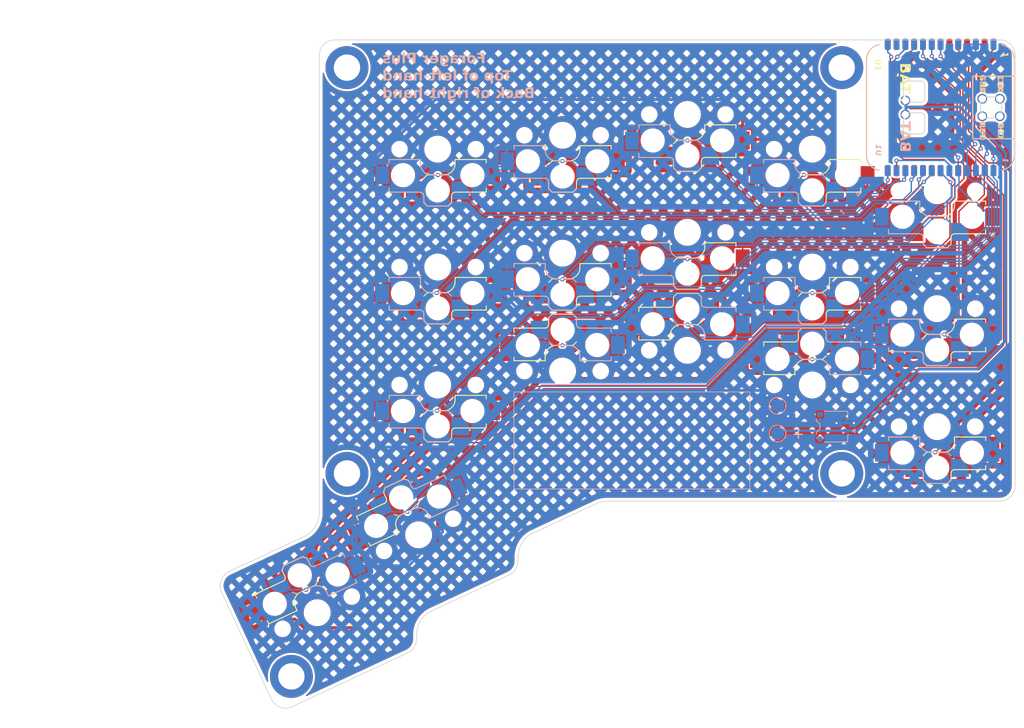
<source format=kicad_pcb>
(kicad_pcb (version 20241229) (generator "pcbnew") (generator_version "9.0")
  (layers (0 "F.Cu" signal) (2 "B.Cu" signal) (13 "F.Paste" user) (15 "B.Paste" user) (5 "F.SilkS" user "F.Silkscreen") (7 "B.SilkS" user "B.Silkscreen") (1 "F.Mask" user) (3 "B.Mask" user) (25 "Edge.Cuts" user))
  (net 0 "")
  (net 1 "RM0")
  (net 2 "RM1")
  (net 3 "RM2")
  (net 4 "RM3")
  (net 5 "RM4")
  (net 6 "RH0")
  (net 7 "RH1")
  (net 8 "RT4")
  (net 9 "RT3")
  (net 10 "RT2")
  (net 11 "RT1")
  (net 12 "RT0")
  (net 13 "RB4")
  (net 14 "RB3")
  (net 15 "RB2")
  (net 16 "RB1")
  (net 17 "RB0")
  (net 18 "GND")
  (net 19 "BAT")
  (footprint "PCM_marbastlib-custom:Xiao_nRF52840_Plus" (layer "F.Cu") (at 107.5 -40 -90)
    (property "Reference" "U1")
    (property "Value" "XIAO nRF52840 Plus")
    (fp_line (start -1.397 5.334) (end -3.302 5.334) (stroke (width 0.12)) (layer "Edge.Cuts"))
    (fp_line (start -0.762 4.699) (end -0.762 2.794) (stroke (width 0.12)) (layer "Edge.Cuts"))
    (fp_line (start -3.81 2.794) (end -3.81 4.826) (stroke (width 0.12)) (layer "Edge.Cuts"))
    (fp_line (start -3.302 2.286) (end -1.27 2.286) (stroke (width 0.12)) (layer "Edge.Cuts"))
    (fp_line (start -0.8382 -5.752) (end 0.8382 -5.752) (stroke (width 0.12)) (layer "Edge.Cuts"))
    (fp_line (start -1.524 -6.4378) (end -1.524 -8.1142) (stroke (width 0.12)) (layer "Edge.Cuts"))
    (fp_line (start 1.524 -6.4378) (end 1.524 -8.1142) (stroke (width 0.12)) (layer "Edge.Cuts"))
    (fp_line (start -0.8382 -8.8) (end 0.8382 -8.8) (stroke (width 0.12)) (layer "Edge.Cuts"))
    (fp_arc (start -3.302 5.334) (mid -3.66121 5.18521) (end -3.81 4.826) (stroke (width 0.12)) (layer "Edge.Cuts"))
    (fp_arc (start -1.397 5.334) (mid -1.339788 4.756212) (end -0.762 4.699) (stroke (width 0.12)) (layer "Edge.Cuts"))
    (fp_arc (start -3.81 2.794) (mid -3.66121 2.43479) (end -3.302 2.286) (stroke (width 0.12)) (layer "Edge.Cuts"))
    (fp_arc (start -1.27 2.286) (mid -0.91079 2.43479) (end -0.762 2.794) (stroke (width 0.12)) (layer "Edge.Cuts"))
    (fp_arc (start 0.8382 -5.752) (mid 0.920391 -6.355609) (end 1.524 -6.4378) (stroke (width 0.12)) (layer "Edge.Cuts"))
    (fp_arc (start -1.524 -6.4378) (mid -0.920391 -6.355609) (end -0.8382 -5.752) (stroke (width 0.12)) (layer "Edge.Cuts"))
    (fp_arc (start 1.524 -8.1142) (mid 0.920393 -8.196393) (end 0.8382 -8.8) (stroke (width 0.12)) (layer "Edge.Cuts"))
    (fp_arc (start -0.8382 -8.8) (mid -0.920391 -8.196391) (end -1.524 -8.1142) (stroke (width 0.12)) (layer "Edge.Cuts"))
  )
  (footprint "ceoloide:switch_choc_v1_v2" (layer "B.Cu") (at 71 -39 180)
    (property "Reference" "S3" (hide yes))
    (property "Value" "")
  )
  (footprint "ceoloide:switch_choc_v1_v2" (layer "B.Cu") (at 89 -34 180)
    (property "Reference" "S3" (hide yes))
    (property "Value" "")
  )
  (footprint "ceoloide:switch_choc_v1_v2" (layer "B.Cu") (at 107 -11 180)
    (property "Reference" "S3" (hide yes))
    (property "Value" "")
  )
  (footprint "ceoloide:switch_choc_v1_v2" (layer "B.Cu") (at 32.250975 21.599948 25)
    (property "Reference" "S3" (hide yes))
    (property "Value" "")
  )
  (footprint "Nuts_SMD:SMTSO2020MTJ_M2" (layer "B.Cu") (at 21.923023 -45.75 180)
    (property "Reference" "REF**" (hide yes))
    (property "Value" "SMTSO2020MTJ_M2")
  )
  (footprint "Nuts_SMD:SMTSO2020MTJ_M2" (layer "B.Cu") (at 93.25 12.75 180)
    (property "Reference" "REF**" (hide yes))
    (property "Value" "SMTSO2020MTJ_M2")
  )
  (footprint "TestPoint:TestPoint_Pad_D2.0mm" (layer "B.Cu") (at 84 7 180)
    (property "Reference" "TP3" (hide yes))
    (property "Value" "TestPoint")
  )
  (footprint "Nuts_SMD:SMTSO2020MTJ_M2" (layer "B.Cu") (at 93.25 -45.75 180)
    (property "Reference" "REF**" (hide yes))
    (property "Value" "SMTSO2020MTJ_M2")
  )
  (footprint "PCM_marbastlib-custom:Xiao_nRF52840_Plus" (layer "B.Cu") (at 107.5 -40 90)
    (property "Reference" "U1")
    (property "Value" "XIAO nRF52840 Plus")
    (fp_line (start -1.397 -5.334) (end -3.302 -5.334) (stroke (width 0.12)) (layer "Edge.Cuts"))
    (fp_line (start -0.762 -4.699) (end -0.762 -2.794) (stroke (width 0.12)) (layer "Edge.Cuts"))
    (fp_line (start -3.81 -2.794) (end -3.81 -4.826) (stroke (width 0.12)) (layer "Edge.Cuts"))
    (fp_line (start -3.302 -2.286) (end -1.27 -2.286) (stroke (width 0.12)) (layer "Edge.Cuts"))
    (fp_arc (start -3.81 -4.826) (mid -3.66121 -5.18521) (end -3.302 -5.334) (stroke (width 0.12)) (layer "Edge.Cuts"))
    (fp_arc (start -0.762 -4.699) (mid -1.339788 -4.756212) (end -1.397 -5.334) (stroke (width 0.12)) (layer "Edge.Cuts"))
    (fp_arc (start -0.762 -2.794) (mid -0.91079 -2.43479) (end -1.27 -2.286) (stroke (width 0.12)) (layer "Edge.Cuts"))
    (fp_arc (start -3.302 -2.286) (mid -3.66121 -2.43479) (end -3.81 -2.794) (stroke (width 0.12)) (layer "Edge.Cuts"))
  )
  (footprint "ceoloide:switch_choc_v1_v2" (layer "B.Cu") (at 35 -17 180)
    (property "Reference" "S3" (hide yes))
    (property "Value" "")
  )
  (footprint "ceoloide:switch_choc_v1_v2" (layer "B.Cu") (at 17.627908 32.832308 25)
    (property "Reference" "S3" (hide yes))
    (property "Value" "")
  )
  (footprint "ceoloide:switch_choc_v1_v2" (layer "B.Cu") (at 89 -17 180)
    (property "Reference" "S3" (hide yes))
    (property "Value" "")
  )
  (footprint "ceoloide:switch_choc_v1_v2" (layer "B.Cu") (at 71 -5)
    (property "Reference" "S3" (hide yes))
    (property "Value" "")
  )
  (footprint "ceoloide:switch_choc_v1_v2" (layer "B.Cu") (at 71 -22 180)
    (property "Reference" "S3" (hide yes))
    (property "Value" "")
  )
  (footprint "Connector_JST:JST_ACH_BM02B-ACHSS-GAN-ETF_1x02-1MP_P1.20mm_Vertical" (layer "B.Cu") (at 92 6 90)
    (property "Reference" "J2" (hide yes))
    (property "Value" "Conn_01x02_Pin")
  )
  (footprint "ceoloide:switch_choc_v1_v2" (layer "B.Cu") (at 107 -28 180)
    (property "Reference" "S3" (hide yes))
    (property "Value" "")
  )
  (footprint "ceoloide:switch_choc_v1_v2" (layer "B.Cu") (at 107 6 180)
    (property "Reference" "S3" (hide yes))
    (property "Value" "")
  )
  (footprint "Nuts_SMD:SMTSO2020MTJ_M2" (layer "B.Cu") (at 13.909849 42.013868 180)
    (property "Reference" "REF**" (hide yes))
    (property "Value" "SMTSO2020MTJ_M2")
  )
  (footprint "ceoloide:switch_choc_v1_v2" (layer "B.Cu") (at 35 -34 180)
    (property "Reference" "S3" (hide yes))
    (property "Value" "")
  )
  (footprint "ceoloide:switch_choc_v1_v2" (layer "B.Cu") (at 35 0 180)
    (property "Reference" "S3" (hide yes))
    (property "Value" "")
  )
  (footprint "ceoloide:switch_choc_v1_v2" (layer "B.Cu") (at 89 0)
    (property "Reference" "S3" (hide yes))
    (property "Value" "")
  )
  (footprint "ceoloide:switch_choc_v1_v2" (layer "B.Cu") (at 53 -36 180)
    (property "Reference" "S3" (hide yes))
    (property "Value" "")
  )
  (footprint "ceoloide:switch_choc_v1_v2" (layer "B.Cu") (at 53 -19 180)
    (property "Reference" "S3" (hide yes))
    (property "Value" "")
  )
  (footprint "TestPoint:TestPoint_Pad_D2.0mm" (layer "B.Cu") (at 84 3 180)
    (property "Reference" "TP4" (hide yes))
    (property "Value" "TestPoint")
  )
  (footprint "ceoloide:switch_choc_v1_v2" (layer "B.Cu") (at 53 -2)
    (property "Reference" "S3" (hide yes))
    (property "Value" "")
  )
  (footprint "Nuts_SMD:SMTSO2020MTJ_M2" (layer "B.Cu") (at 21.923023 12.75 180)
    (property "Reference" "REF**" (hide yes))
    (property "Value" "SMTSO2020MTJ_M2")
  )
  (gr_rect (start 46 1) (end 80 15) (stroke (width 0.1)) (fill no) (layer "B.SilkS"))
  (gr_arc (start 14.014284 46.378681) (mid 12.293847 46.453798) (end 11.0242 45.29038) (stroke (width 0.1)) (layer "Edge.Cuts"))
  (gr_line (start 48.744108 21.356875) (end 57.87012 17.101346) (stroke (width 0.1)) (layer "Edge.Cuts"))
  (gr_line (start 118.25 14.5) (end 118.25 -47.5) (stroke (width 0.1)) (layer "Edge.Cuts"))
  (gr_line (start 3.83969 29.883147) (end 11.0242 45.29038) (stroke (width 0.1)) (layer "Edge.Cuts"))
  (gr_line (start 17.92302 -47.5) (end 17.923023 18.444367) (stroke (width 0.1)) (layer "Edge.Cuts"))
  (gr_line (start 59.454938 16.75) (end 116 16.75) (stroke (width 0.1)) (layer "Edge.Cuts"))
  (gr_line (start 34.121041 32.589235) (end 45.279817 27.385812) (stroke (width 0.1)) (layer "Edge.Cuts"))
  (gr_line (start 116 -49.75) (end 20.173023 -49.75) (stroke (width 0.1)) (layer "Edge.Cuts"))
  (gr_arc (start 118.25 14.5) (mid 117.59099 16.09099) (end 116 16.75) (stroke (width 0.1)) (layer "Edge.Cuts"))
  (gr_arc (start 57.87012 17.101346) (mid 58.64329 16.83889) (end 59.454938 16.75) (stroke (width 0.1)) (layer "Edge.Cuts"))
  (gr_line (start 14.014284 46.378681) (end 30.65675 38.618172) (stroke (width 0.1)) (layer "Edge.Cuts"))
  (gr_arc (start 31.955859 36.578979) (mid 31.60349 37.787903) (end 30.65675 38.618172) (stroke (width 0.1)) (layer "Edge.Cuts"))
  (gr_arc (start 116 -49.75) (mid 117.59099 -49.09099) (end 118.25 -47.5) (stroke (width 0.1)) (layer "Edge.Cuts"))
  (gr_arc (start 17.923023 18.444367) (mid 17.335741 20.45924) (end 15.757842 21.843021) (stroke (width 0.1)) (layer "Edge.Cuts"))
  (gr_arc (start 3.83969 29.883147) (mid 3.764574 28.162711) (end 4.927991 26.893064) (stroke (width 0.1)) (layer "Edge.Cuts"))
  (gr_arc (start 46.578926 24.755529) (mid 47.166208 22.740655) (end 48.744108 21.356875) (stroke (width 0.1)) (layer "Edge.Cuts"))
  (gr_arc (start 17.923023 -47.5) (mid 18.582033 -49.09099) (end 20.173023 -49.75) (stroke (width 0.1)) (layer "Edge.Cuts"))
  (gr_line (start 15.757842 21.843021) (end 4.927991 26.893064) (stroke (width 0.1)) (layer "Edge.Cuts"))
  (gr_line (start 31.955859 36.578979) (end 31.955859 35.987889) (stroke (width 0.1)) (layer "Edge.Cuts"))
  (gr_arc (start 46.578926 25.346619) (mid 46.226557 26.555543) (end 45.279817 27.385812) (stroke (width 0.1)) (layer "Edge.Cuts"))
  (gr_arc (start 31.955859 35.987889) (mid 32.543141 33.973015) (end 34.121041 32.589235) (stroke (width 0.1)) (layer "Edge.Cuts"))
  (gr_line (start 46.578926 25.346619) (end 46.578926 24.755529) (stroke (width 0.1)) (layer "Edge.Cuts"))
  (gr_text "DIO" (at 116.11 -37.85 270) (layer "F.SilkS") (effects (font (size 0.8 0.8)) (justify left)))
  (gr_text "GND" (at 113.52 -41.95 270) (layer "F.SilkS") (effects (font (size 0.8 0.8)) (justify right)))
  (gr_text "RST" (at 113.48 -37.85 270) (layer "F.SilkS") (effects (font (size 0.8 0.8)) (justify left)))
  (gr_text "CLK" (at 116.08 -42.25 270) (layer "F.SilkS") (effects (font (size 0.8 0.8)) (justify right)))
  (gr_text "Forager Plus\n" (at 27 -47 0) (layer "B.SilkS") (effects (font (size 1.5 1.5) (thickness 0.3) (bold yes)) (justify right mirror)))
  (gr_text "Top of left-hand" (at 27 -44.5 0) (layer "B.SilkS") (effects (font (size 1.5 1.5) (thickness 0.3) (bold yes)) (justify right mirror)))
  (gr_text "Back of right-hand" (at 27 -42 0) (layer "B.SilkS") (effects (font (size 1.5 1.5) (thickness 0.3) (bold yes)) (justify right mirror)))
  (gr_text "+" (at 87 7 0) (layer "B.SilkS") (effects (font (size 1.5 1.5) (thickness 0.2)) (justify mirror)))
  (gr_text "DIO" (at 116.09 -42.13 270) (layer "B.SilkS") (effects (font (size 0.8 0.8)) (justify left mirror)))
  (segment (start 31.565 -11.195) (end 33.64 -13.27) (width 0.2) (layer "F.Cu") (net 1))
  (segment (start 33.64 -13.27) (end 34.84 -13.27) (width 0.2) (layer "F.Cu") (net 1))
  (segment (start 104.96 -30.22) (end 104.35 -29.61) (width 0.2) (layer "F.Cu") (net 1))
  (via (at 34.84 -13.27) (size 0.6) (drill 0.3) (layers "F.Cu" "B.Cu") (net 1))
  (via (at 104.35 -29.61) (size 0.6) (drill 0.3) (layers "F.Cu" "B.Cu") (net 1))
  (segment (start 102.15 -26.21) (end 98.08 -26.21) (width 0.2) (layer "B.Cu") (net 1))
  (segment (start 98.08 -26.21) (end 95.95 -24.08) (width 0.2) (layer "B.Cu") (net 1))
  (segment (start 104.35 -29.63) (end 104.35 -29.61) (width 0.2) (layer "B.Cu") (net 1))
  (segment (start 95.95 -24.08) (end 45.63 -24.08) (width 0.2) (layer "B.Cu") (net 1))
  (segment (start 45.63 -24.08) (end 34.8 -13.25) (width 0.2) (layer "B.Cu") (net 1))
  (segment (start 104.96 -30.24) (end 104.35 -29.63) (width 0.2) (layer "B.Cu") (net 1))
  (segment (start 104.35 -28.41) (end 102.15 -26.21) (width 0.2) (layer "B.Cu") (net 1))
  (segment (start 38.115 -11.195) (end 36.04 -13.27) (width 0.2) (layer "B.Cu") (net 1))
  (segment (start 104.35 -29.61) (end 104.35 -28.41) (width 0.2) (layer "B.Cu") (net 1))
  (segment (start 36.04 -13.27) (end 34.84 -13.27) (width 0.2) (layer "B.Cu") (net 1))
  (segment (start 49.685 -13.155) (end 51.76 -15.23) (width 0.2) (layer "F.Cu") (net 2))
  (segment (start 51.76 -15.23) (end 52.96 -15.23) (width 0.2) (layer "F.Cu") (net 2))
  (segment (start 107.5 -30.637914) (end 108.913957 -29.223957) (width 0.2) (layer "F.Cu") (net 2))
  (via (at 52.96 -15.23) (size 0.6) (drill 0.3) (layers "F.Cu" "B.Cu") (net 2))
  (via (at 108.913957 -29.223957) (size 0.6) (drill 0.3) (layers "F.Cu" "B.Cu") (net 2))
  (segment (start 52.96 -15.33) (end 52.96 -15.23) (width 0.2) (layer "B.Cu") (net 2))
  (segment (start 106.067191 -24.302) (end 102.697191 -20.932) (width 0.2) (layer "B.Cu") (net 2))
  (segment (start 73.942291 -18.81) (end 68.06 -18.81) (width 0.2) (layer "B.Cu") (net 2))
  (segment (start 66.56 -20.31) (end 57.94 -20.31) (width 0.2) (layer "B.Cu") (net 2))
  (segment (start 109.05 -29.087914) (end 109.05 -27.149448) (width 0.2) (layer "B.Cu") (net 2))
  (segment (start 102.697191 -20.932) (end 81.3449 -20.932) (width 0.2) (layer "B.Cu") (net 2))
  (segment (start 109.05 -27.149448) (end 106.202552 -24.302) (width 0.2) (layer "B.Cu") (net 2))
  (segment (start 56.235 -13.155) (end 54.16 -15.23) (width 0.2) (layer "B.Cu") (net 2))
  (segment (start 54.16 -15.23) (end 52.96 -15.23) (width 0.2) (layer "B.Cu") (net 2))
  (segment (start 75.252291 -20.12) (end 73.942291 -18.81) (width 0.2) (layer "B.Cu") (net 2))
  (segment (start 80.5329 -20.12) (end 75.252291 -20.12) (width 0.2) (layer "B.Cu") (net 2))
  (segment (start 106.202552 -24.302) (end 106.067191 -24.302) (width 0.2) (layer "B.Cu") (net 2))
  (segment (start 108.913957 -29.223957) (end 109.05 -29.087914) (width 0.2) (layer "B.Cu") (net 2))
  (segment (start 68.06 -18.81) (end 66.56 -20.31) (width 0.2) (layer "B.Cu") (net 2))
  (segment (start 81.3449 -20.932) (end 80.5329 -20.12) (width 0.2) (layer "B.Cu") (net 2))
  (segment (start 107.5 -30.637914) (end 108.913957 -29.223957) (width 0.2) (layer "B.Cu") (net 2))
  (segment (start 57.94 -20.31) (end 52.96 -15.33) (width 0.2) (layer "B.Cu") (net 2))
  (segment (start 52.96 -15.23) (end 52.96 -15.299892) (width 0.2) (layer "B.Cu") (net 2))
  (segment (start 101.15 -30.9) (end 101.15 -32.35) (width 0.2) (layer "F.Cu") (net 3))
  (segment (start 69.805 -18.135) (end 71.005 -18.135) (width 0.2) (layer "F.Cu") (net 3))
  (segment (start 101.15 -32.35) (end 101.13 -32.37) (width 0.2) (layer "F.Cu") (net 3))
  (segment (start 67.73 -16.06) (end 69.805 -18.135) (width 0.2) (layer "F.Cu") (net 3))
  (via (at 101.13 -32.37) (size 0.6) (drill 0.3) (layers "F.Cu" "B.Cu") (net 3))
  (via (at 71.005 -18.135) (size 0.6) (drill 0.3) (layers "F.Cu" "B.Cu") (net 3))
  (segment (start 72.205 -18.135) (end 71.005 -18.135) (width 0.2) (layer "B.Cu") (net 3))
  (segment (start 108.77 -30.38) (end 109.57 -29.58) (width 0.2) (layer "B.Cu") (net 3))
  (segment (start 106.368652 -23.901) (end 106.233291 -23.901) (width 0.2) (layer "B.Cu") (net 3))
  (segment (start 74.28 -16.06) (end 72.205 -18.135) (width 0.2) (layer "B.Cu") (net 3))
  (segment (start 109.57 -29.58) (end 109.57 -27.102348) (width 0.2) (layer "B.Cu") (net 3))
  (segment (start 108.77 -31.699999) (end 108.099999 -32.37) (width 0.2) (layer "B.Cu") (net 3))
  (segment (start 102.863291 -20.531) (end 81.511 -20.531) (width 0.2) (layer "B.Cu") (net 3))
  (segment (start 108.099999 -32.37) (end 101.13 -32.37) (width 0.2) (layer "B.Cu") (net 3))
  (segment (start 81.511 -20.531) (end 77.03 -16.05) (width 0.2) (layer "B.Cu") (net 3))
  (segment (start 109.57 -27.102348) (end 106.368652 -23.901) (width 0.2) (layer "B.Cu") (net 3))
  (segment (start 108.77 -30.9) (end 108.77 -31.699999) (width 0.2) (layer "B.Cu") (net 3))
  (segment (start 106.233291 -23.901) (end 102.863291 -20.531) (width 0.2) (layer "B.Cu") (net 3))
  (segment (start 77.03 -16.05) (end 74.275 -16.05) (width 0.2) (layer "B.Cu") (net 3))
  (segment (start 111.55 -46.74) (end 111.55 -36.61) (width 0.2) (layer "F.Cu") (net 4))
  (segment (start 110.04 -49.1) (end 110.04 -48.25) (width 0.2) (layer "F.Cu") (net 4))
  (segment (start 111.55 -36.61) (end 113.28 -34.88) (width 0.2) (layer "F.Cu") (net 4))
  (segment (start 85.745 -11.165) (end 87.82 -13.24) (width 0.2) (layer "F.Cu") (net 4))
  (segment (start 113.28 -34.88) (end 113.28 -34.08) (width 0.2) (layer "F.Cu") (net 4))
  (segment (start 87.82 -13.24) (end 89.02 -13.24) (width 0.2) (layer "F.Cu") (net 4))
  (segment (start 110.04 -48.25) (end 111.55 -46.74) (width 0.2) (layer "F.Cu") (net 4))
  (via (at 113.28 -34.08) (size 0.6) (drill 0.3) (layers "F.Cu" "B.Cu") (net 4))
  (via (at 89.02 -13.24) (size 0.6) (drill 0.3) (layers "F.Cu" "B.Cu") (net 4))
  (segment (start 112.58 -30.9) (end 112.58 -33.38) (width 0.2) (layer "B.Cu") (net 4))
  (segment (start 114.868 -28.349914) (end 114.868 -22.4322) (width 0.2) (layer "B.Cu") (net 4))
  (segment (start 90.22 -13.24) (end 89.02 -13.24) (width 0.2) (layer "B.Cu") (net 4))
  (segment (start 92.295 -11.165) (end 90.22 -13.24) (width 0.2) (layer "B.Cu") (net 4))
  (segment (start 110.691461 -18.255661) (end 102.058561 -18.255661) (width 0.2) (layer "B.Cu") (net 4))
  (segment (start 102.058561 -18.255661) (end 94.8529 -11.05) (width 0.2) (layer "B.Cu") (net 4))
  (segment (start 112.58 -30.637914) (end 114.868 -28.349914) (width 0.2) (layer "B.Cu") (net 4))
  (segment (start 114.868 -22.4322) (end 110.691461 -18.255661) (width 0.2) (layer "B.Cu") (net 4))
  (segment (start 94.8529 -11.05) (end 92.275 -11.05) (width 0.2) (layer "B.Cu") (net 4))
  (segment (start 112.58 -33.38) (end 113.28 -34.08) (width 0.2) (layer "B.Cu") (net 4))
  (segment (start 109.88 -35.36) (end 109.88 -42.48) (width 0.2) (layer "F.Cu") (net 5))
  (segment (start 112.74 -26.39) (end 113.801 -27.451) (width 0.2) (layer "F.Cu") (net 5))
  (segment (start 110.149 -9.369) (end 110.149 -25.016709) (width 0.2) (layer "F.Cu") (net 5))
  (segment (start 104.96 -47.4) (end 104.96 -49.1) (width 0.2) (layer "F.Cu") (net 5))
  (segment (start 110.149 -25.016709) (end 111.522291 -26.39) (width 0.2) (layer "F.Cu") (net 5))
  (segment (start 108.03 -7.295) (end 108.075 -7.295) (width 0.2) (layer "F.Cu") (net 5))
  (segment (start 108.03 -7.295) (end 105.97 -7.295) (width 0.2) (layer "F.Cu") (net 5))
  (segment (start 108.075 -7.295) (end 110.149 -9.369) (width 0.2) (layer "F.Cu") (net 5))
  (segment (start 109.88 -42.48) (end 104.96 -47.4) (width 0.2) (layer "F.Cu") (net 5))
  (segment (start 113.801 -27.451) (end 113.801 -31.439) (width 0.2) (layer "F.Cu") (net 5))
  (segment (start 105.97 -7.295) (end 103.725 -5.05) (width 0.2) (layer "F.Cu") (net 5))
  (segment (start 113.801 -31.439) (end 109.88 -35.36) (width 0.2) (layer "F.Cu") (net 5))
  (segment (start 111.522291 -26.39) (end 112.74 -26.39) (width 0.2) (layer "F.Cu") (net 5))
  (via (at 104.96 -47.4) (size 0.6) (drill 0.3) (layers "F.Cu" "B.Cu") (net 5))
  (via (at 108.03 -7.295) (size 0.6) (drill 0.3) (layers "F.Cu" "B.Cu") (net 5))
  (segment (start 104.96 -47.4) (end 104.96 -49.1) (width 0.2) (layer "B.Cu") (net 5))
  (segment (start 108.03 -7.295) (end 110.275 -5.05) (width 0.2) (layer "B.Cu") (net 5))
  (segment (start 100.651 -46.631) (end 101.27 -47.25) (width 0.2) (layer "F.Cu") (net 6))
  (segment (start 100.651 -34.5661) (end 100.651 -46.631) (width 0.2) (layer "F.Cu") (net 6))
  (segment (start 101.27 -47.31) (end 102.42 -48.46) (width 0.2) (layer "F.Cu") (net 6))
  (segment (start 73.719 0.051) (end 82.24 -8.47) (width 0.2) (layer "F.Cu") (net 6))
  (segment (start 108.299 -32.901) (end 102.3161 -32.901) (width 0.2) (layer "F.Cu") (net 6))
  (segment (start 17.487908 28.072308) (end 16.027908 29.532308) (width 0.2) (layer "F.Cu") (net 6))
  (segment (start 17.487908 26.649281) (end 17.487908 28.072308) (width 0.2) (layer "F.Cu") (net 6))
  (segment (start 109.1 -32.1) (end 108.299 -32.901) (width 0.2) (layer "F.Cu") (net 6))
  (segment (start 82.24 -8.47) (end 96.037709 -8.47) (width 0.2) (layer "F.Cu") (net 6))
  (segment (start 96.037709 -8.47) (end 108.851 -21.283291) (width 0.2) (layer "F.Cu") (net 6))
  (segment (start 18.081487 26.055702) (end 18.081487 23.568513) (width 0.2) (layer "F.Cu") (net 6))
  (segment (start 110.87 -31.74) (end 110.51 -32.1) (width 0.2) (layer "F.Cu") (net 6))
  (segment (start 18.081487 23.568513) (end 33.34 8.31) (width 0.2) (layer "F.Cu") (net 6))
  (segment (start 41.77 8.31) (end 50.029 0.051) (width 0.2) (layer "F.Cu") (net 6))
  (segment (start 110.87 -29.76) (end 110.87 -31.74) (width 0.2) (layer "F.Cu") (net 6))
  (segment (start 108.851 -26.241) (end 109.55 -26.94) (width 0.2) (layer "F.Cu") (net 6))
  (segment (start 102.3161 -32.901) (end 100.651 -34.5661) (width 0.2) (layer "F.Cu") (net 6))
  (segment (start 101.27 -47.25) (end 101.27 -47.31) (width 0.2) (layer "F.Cu") (net 6))
  (segment (start 108.851 -21.283291) (end 108.851 -26.241) (width 0.2) (layer "F.Cu") (net 6))
  (segment (start 110.51 -32.1) (end 109.1 -32.1) (width 0.2) (layer "F.Cu") (net 6))
  (segment (start 109.55 -26.94) (end 109.55 -28.44) (width 0.2) (layer "F.Cu") (net 6))
  (segment (start 109.55 -28.44) (end 110.87 -29.76) (width 0.2) (layer "F.Cu") (net 6))
  (segment (start 50.029 0.051) (end 73.719 0.051) (width 0.2) (layer "F.Cu") (net 6))
  (segment (start 33.34 8.31) (end 41.77 8.31) (width 0.2) (layer "F.Cu") (net 6))
  (via (at 16.027908 29.532308) (size 0.6) (drill 0.3) (layers "F.Cu" "B.Cu") (net 6))
  (via (at 101.27 -47.31) (size 0.6) (drill 0.3) (layers "F.Cu" "B.Cu") (net 6))
  (segment (start 101.27 -47.31) (end 102.42 -48.46) (width 0.2) (layer "B.Cu") (net 6))
  (segment (start 12.853628 29.532308) (end 16.027908 29.532308) (width 0.2) (layer "B.Cu") (net 6))
  (segment (start 32.110975 15.416921) (end 32.110975 16.839948) (width 0.2) (layer "F.Cu") (net 7))
  (segment (start 115.12 -48.35) (end 115.12 -49.1) (width 0.2) (layer "F.Cu") (net 7))
  (segment (start 112.39 -45.62) (end 115.12 -48.35) (width 0.2) (layer "F.Cu") (net 7))
  (segment (start 115.12 -32.601) (end 115.12 -34.1742) (width 0.2) (layer "F.Cu") (net 7))
  (segment (start 115.12 -34.1742) (end 112.39 -36.9042) (width 0.2) (layer "F.Cu") (net 7))
  (segment (start 112.39 -36.9042) (end 112.39 -45.62) (width 0.2) (layer "F.Cu") (net 7))
  (segment (start 32.110975 16.839948) (end 30.650975 18.299948) (width 0.2) (layer "F.Cu") (net 7))
  (via (at 30.650975 18.299948) (size 0.6) (drill 0.3) (layers "F.Cu" "B.Cu") (net 7))
  (via (at 115.12 -32.601) (size 0.6) (drill 0.3) (layers "F.Cu" "B.Cu") (net 7))
  (segment (start 111.023661 -17.453661) (end 102.390761 -17.453661) (width 0.2) (layer "B.Cu") (net 7))
  (segment (start 115.67 -29.35) (end 115.67 -22.1) (width 0.2) (layer "B.Cu") (net 7))
  (segment (start 93.2861 -8.349) (end 82.4861 -8.349) (width 0.2) (layer "B.Cu") (net 7))
  (segment (start 82.4861 -8.349) (end 73.9471 0.19) (width 0.2) (layer "B.Cu") (net 7))
  (segment (start 115.67 -22.1) (end 111.023661 -17.453661) (width 0.2) (layer "B.Cu") (net 7))
  (segment (start 48.478188 0.19) (end 30.650975 18.017213) (width 0.2) (layer "B.Cu") (net 7))
  (segment (start 102.390761 -17.453661) (end 93.2861 -8.349) (width 0.2) (layer "B.Cu") (net 7))
  (segment (start 73.9471 0.19) (end 48.478188 0.19) (width 0.2) (layer "B.Cu") (net 7))
  (segment (start 115.12 -30.9) (end 115.12 -29.9) (width 0.2) (layer "B.Cu") (net 7))
  (segment (start 27.476695 18.299948) (end 30.650975 18.299948) (width 0.2) (layer "B.Cu") (net 7))
  (segment (start 30.650975 18.017213) (end 30.650975 18.299948) (width 0.2) (layer "B.Cu") (net 7))
  (segment (start 115.12 -29.9) (end 115.67 -29.35) (width 0.2) (layer "B.Cu") (net 7))
  (segment (start 115.12 -30.9) (end 115.12 -32.601) (width 0.2) (layer "B.Cu") (net 7))
  (segment (start 109.514957 -29.4729) (end 108.84 -30.147857) (width 0.2) (layer "F.Cu") (net 8))
  (segment (start 108.45 -26.42) (end 109.13 -27.1) (width 0.2) (layer "F.Cu") (net 8))
  (segment (start 109.13 -27.1) (end 109.13 -28.590057) (width 0.2) (layer "F.Cu") (net 8))
  (segment (start 99.88 -48) (end 99.88 -49.1) (width 0.2) (layer "F.Cu") (net 8))
  (segment (start 102.15 -32.5) (end 100.25 -34.4) (width 0.2) (layer "F.Cu") (net 8))
  (segment (start 109.514957 -28.975014) (end 109.514957 -29.4729) (width 0.2) (layer "F.Cu") (net 8))
  (segment (start 108.45 -24.395) (end 108.45 -26.42) (width 0.2) (layer "F.Cu") (net 8))
  (segment (start 100.38 -47.12) (end 100.38 -47.3) (width 0.2) (layer "F.Cu") (net 8))
  (segment (start 108.84 -31.67) (end 108.01 -32.5) (width 0.2) (layer "F.Cu") (net 8))
  (segment (start 100.38 -47.5) (end 99.88 -48) (width 0.2) (layer "F.Cu") (net 8))
  (segment (start 108.01 -32.5) (end 102.15 -32.5) (width 0.2) (layer "F.Cu") (net 8))
  (segment (start 105.76 -24.105) (end 103.685 -22.03) (width 0.2) (layer "F.Cu") (net 8))
  (segment (start 108.16 -24.105) (end 105.76 -24.105) (width 0.2) (layer "F.Cu") (net 8))
  (segment (start 109.13 -28.590057) (end 109.514957 -28.975014) (width 0.2) (layer "F.Cu") (net 8))
  (segment (start 100.38 -47.3) (end 100.38 -47.5) (width 0.2) (layer "F.Cu") (net 8))
  (segment (start 108.84 -30.147857) (end 108.84 -31.67) (width 0.2) (layer "F.Cu") (net 8))
  (segment (start 100.25 -34.4) (end 100.25 -46.99) (width 0.2) (layer "F.Cu") (net 8))
  (segment (start 108.16 -24.105) (end 108.45 -24.395) (width 0.2) (layer "F.Cu") (net 8))
  (segment (start 100.25 -46.99) (end 100.38 -47.12) (width 0.2) (layer "F.Cu") (net 8))
  (via (at 108.16 -24.105) (size 0.6) (drill 0.3) (layers "F.Cu" "B.Cu") (net 8))
  (via (at 100.38 -47.3) (size 0.6) (drill 0.3) (layers "F.Cu" "B.Cu") (net 8))
  (segment (start 100.38 -47.5) (end 99.88 -48) (width 0.2) (layer "B.Cu") (net 8))
  (segment (start 99.88 -48) (end 99.88 -49.1) (width 0.2) (layer "B.Cu") (net 8))
  (segment (start 100.38 -47.3) (end 100.38 -47.5) (width 0.2) (layer "B.Cu") (net 8))
  (segment (start 108.16 -24.105) (end 110.235 -22.03) (width 0.2) (layer "B.Cu") (net 8))
  (segment (start 96.69 -22.8) (end 100.589 -26.699) (width 0.2) (layer "F.Cu") (net 9))
  (segment (start 87.7725 -30.2975) (end 85.6975 -28.2225) (width 0.2) (layer "F.Cu") (net 9))
  (segment (start 105.07 -29.27) (end 105.08 -29.27) (width 0.2) (layer "F.Cu") (net 9))
  (segment (start 85.725 -28.05) (end 90.975 -22.8) (width 0.2) (layer "F.Cu") (net 9))
  (segment (start 90.975 -22.8) (end 96.69 -22.8) (width 0.2) (layer "F.Cu") (net 9))
  (segment (start 102.499 -26.699) (end 105.07 -29.27) (width 0.2) (layer "F.Cu") (net 9))
  (segment (start 100.589 -26.699) (end 102.499 -26.699) (width 0.2) (layer "F.Cu") (net 9))
  (segment (start 106.23 -30.42) (end 105.08 -29.27) (width 0.2) (layer "F.Cu") (net 9))
  (via (at 87.7725 -30.2975) (size 0.6) (drill 0.3) (layers "F.Cu" "B.Cu") (net 9))
  (via (at 105.08 -29.27) (size 0.6) (drill 0.3) (layers "F.Cu" "B.Cu") (net 9))
  (segment (start 106.23 -30.42) (end 105.08 -29.27) (width 0.2) (layer "B.Cu") (net 9))
  (segment (start 90.1725 -30.2975) (end 92.2475 -28.2225) (width 0.2) (layer "B.Cu") (net 9))
  (segment (start 87.7725 -30.2975) (end 90.1725 -30.2975) (width 0.2) (layer "B.Cu") (net 9))
  (segment (start 67.73 -33.175) (end 69.805 -35.25) (width 0.2) (layer "F.Cu") (net 10))
  (segment (start 69.805 -35.25) (end 71.005 -35.25) (width 0.2) (layer "F.Cu") (net 10))
  (segment (start 99.88 -30.9) (end 99.88 -29.54) (width 0.2) (layer "F.Cu") (net 10))
  (via (at 71.005 -35.25) (size 0.6) (drill 0.3) (layers "F.Cu" "B.Cu") (net 10))
  (via (at 99.88 -29.54) (size 0.6) (drill 0.3) (layers "F.Cu" "B.Cu") (net 10))
  (segment (start 74.28 -33.175) (end 72.205 -35.25) (width 0.2) (layer "B.Cu") (net 10))
  (segment (start 72.205 -35.25) (end 71.005 -35.25) (width 0.2) (layer "B.Cu") (net 10))
  (segment (start 95.3188 -25.283) (end 97.6368 -27.601) (width 0.2) (layer "B.Cu") (net 10))
  (segment (start 99.88 -29.23) (end 99.88 -29.54) (width 0.2) (layer "B.Cu") (net 10))
  (segment (start 99.88 -29.54) (end 99.88 -30.9) (width 0.2) (layer "B.Cu") (net 10))
  (segment (start 74.275 -32.925) (end 81.917 -25.283) (width 0.2) (layer "B.Cu") (net 10))
  (segment (start 81.917 -25.283) (end 95.3188 -25.283) (width 0.2) (layer "B.Cu") (net 10))
  (segment (start 98.251 -27.601) (end 99.88 -29.23) (width 0.2) (layer "B.Cu") (net 10))
  (segment (start 97.6368 -27.601) (end 98.251 -27.601) (width 0.2) (layer "B.Cu") (net 10))
  (segment (start 102.42 -29.77) (end 102.235 -29.585) (width 0.2) (layer "F.Cu") (net 11))
  (segment (start 49.715 -30.205) (end 51.79 -32.28) (width 0.2) (layer "F.Cu") (net 11))
  (segment (start 102.42 -30.9) (end 102.42 -29.77) (width 0.2) (layer "F.Cu") (net 11))
  (segment (start 51.79 -32.28) (end 52.99 -32.28) (width 0.2) (layer "F.Cu") (net 11))
  (via (at 102.235 -29.585) (size 0.6) (drill 0.3) (layers "F.Cu" "B.Cu") (net 11))
  (via (at 52.99 -32.28) (size 0.6) (drill 0.3) (layers "F.Cu" "B.Cu") (net 11))
  (segment (start 102.42 -30.9) (end 102.42 -29.77) (width 0.2) (layer "B.Cu") (net 11))
  (segment (start 95.4849 -24.882) (end 61.443 -24.882) (width 0.2) (layer "B.Cu") (net 11))
  (segment (start 97.8029 -27.2) (end 95.4849 -24.882) (width 0.2) (layer "B.Cu") (net 11))
  (segment (start 102.235 -29.585) (end 102.05 -29.4) (width 0.2) (layer "B.Cu") (net 11))
  (segment (start 102.42 -29.77) (end 102.235 -29.585) (width 0.2) (layer "B.Cu") (net 11))
  (segment (start 54.19 -32.28) (end 52.99 -32.28) (width 0.2) (layer "B.Cu") (net 11))
  (segment (start 56.265 -30.205) (end 54.19 -32.28) (width 0.2) (layer "B.Cu") (net 11))
  (segment (start 61.443 -24.882) (end 56.275 -30.05) (width 0.2) (layer "B.Cu") (net 11))
  (segment (start 102.05 -29.4) (end 100.91 -29.4) (width 0.2) (layer "B.Cu") (net 11))
  (segment (start 100.91 -29.4) (end 98.71 -27.2) (width 0.2) (layer "B.Cu") (net 11))
  (segment (start 98.71 -27.2) (end 97.8029 -27.2) (width 0.2) (layer "B.Cu") (net 11))
  (segment (start 35.03 -30.26) (end 33.83 -30.26) (width 0.2) (layer "F.Cu") (net 12))
  (segment (start 33.83 -30.26) (end 31.755 -28.185) (width 0.2) (layer "F.Cu") (net 12))
  (segment (start 103.69 -30.9) (end 103.69 -30) (width 0.2) (layer "F.Cu") (net 12))
  (segment (start 103.69 -30) (end 103.28 -29.59) (width 0.2) (layer "F.Cu") (net 12))
  (via (at 35.03 -30.26) (size 0.6) (drill 0.3) (layers "F.Cu" "B.Cu") (net 12))
  (via (at 103.28 -29.59) (size 0.6) (drill 0.3) (layers "F.Cu" "B.Cu") (net 12))
  (segment (start 103.28 -27.9071) (end 101.9839 -26.611) (width 0.2) (layer "B.Cu") (net 12))
  (segment (start 101.9839 -26.611) (end 97.781 -26.611) (width 0.2) (layer "B.Cu") (net 12))
  (segment (start 41.844 -24.481) (end 38.275 -28.05) (width 0.2) (layer "B.Cu") (net 12))
  (segment (start 97.781 -26.611) (end 95.651 -24.481) (width 0.2) (layer "B.Cu") (net 12))
  (segment (start 103.28 -29.62) (end 103.28 -29.59) (width 0.2) (layer "B.Cu") (net 12))
  (segment (start 95.651 -24.481) (end 41.844 -24.481) (width 0.2) (layer "B.Cu") (net 12))
  (segment (start 35.03 -30.26) (end 36.23 -30.26) (width 0.2) (layer "B.Cu") (net 12))
  (segment (start 103.69 -30.03) (end 103.28 -29.62) (width 0.2) (layer "B.Cu") (net 12))
  (segment (start 103.69 -30.9) (end 103.69 -30.03) (width 0.2) (layer "B.Cu") (net 12))
  (segment (start 36.23 -30.26) (end 38.305 -28.185) (width 0.2) (layer "B.Cu") (net 12))
  (segment (start 103.28 -29.59) (end 103.28 -27.9071) (width 0.2) (layer "B.Cu") (net 12))
  (segment (start 107.5 -47.39) (end 107.5 -49.1) (width 0.2) (layer "F.Cu") (net 13))
  (segment (start 110.73 -44.16) (end 107.5 -47.39) (width 0.2) (layer "F.Cu") (net 13))
  (segment (start 106.71 9.715) (end 105.745 9.715) (width 0.2) (layer "F.Cu") (net 13))
  (segment (start 117.01 -30.542086) (end 115.551086 -32.001) (width 0.2) (layer "F.Cu") (net 13))
  (segment (start 110.73 -35.6442) (end 110.73 -44.16) (width 0.2) (layer "F.Cu") (net 13))
  (segment (start 105.745 9.715) (end 103.67 11.79) (width 0.2) (layer "F.Cu") (net 13))
  (segment (start 106.725 9.715) (end 117.01 -0.57) (width 0.2) (layer "F.Cu") (net 13))
  (segment (start 114.3732 -32.001) (end 110.73 -35.6442) (width 0.2) (layer "F.Cu") (net 13))
  (segment (start 106.71 9.715) (end 106.725 9.715) (width 0.2) (layer "F.Cu") (net 13))
  (segment (start 115.551086 -32.001) (end 114.3732 -32.001) (width 0.2) (layer "F.Cu") (net 13))
  (segment (start 117.01 -0.57) (end 117.01 -30.542086) (width 0.2) (layer "F.Cu") (net 13))
  (via (at 106.71 9.715) (size 0.6) (drill 0.3) (layers "F.Cu" "B.Cu") (net 13))
  (via (at 107.5 -47.39) (size 0.6) (drill 0.3) (layers "F.Cu" "B.Cu") (net 13))
  (segment (start 108.145 9.715) (end 110.22 11.79) (width 0.2) (layer "B.Cu") (net 13))
  (segment (start 106.71 9.715) (end 108.145 9.715) (width 0.2) (layer "B.Cu") (net 13))
  (segment (start 107.5 -49.1) (end 107.5 -47.39) (width 0.2) (layer "B.Cu") (net 13))
  (segment (start 106.23 -47.28) (end 110.32 -43.19) (width 0.2) (layer "F.Cu") (net 14))
  (segment (start 106.23 -47.41) (end 106.23 -47.28) (width 0.2) (layer "F.Cu") (net 14))
  (segment (start 92.275 -5.785) (end 90.2 -3.71) (width 0.2) (layer "F.Cu") (net 14))
  (segment (start 106.23 -47.41) (end 106.23 -49.1) (width 0.2) (layer "F.Cu") (net 14))
  (segment (start 101.14 -2.2) (end 97.39 -5.95) (width 0.2) (layer "F.Cu") (net 14))
  (segment (start 97.39 -5.95) (end 92.275 -5.95) (width 0.2) (layer "F.Cu") (net 14))
  (segment (start 113.04 -2.2) (end 101.14 -2.2) (width 0.2) (layer "F.Cu") (net 14))
  (segment (start 116.58 -5.74) (end 113.04 -2.2) (width 0.2) (layer "F.Cu") (net 14))
  (segment (start 114.22 -29.74) (end 116.58 -27.38) (width 0.2) (layer "F.Cu") (net 14))
  (segment (start 90.2 -3.71) (end 89 -3.71) (width 0.2) (layer "F.Cu") (net 14))
  (segment (start 114.22 -31.5871) (end 114.22 -29.74) (width 0.2) (layer "F.Cu") (net 14))
  (segment (start 110.32 -43.19) (end 110.32 -35.4871) (width 0.2) (layer "F.Cu") (net 14))
  (segment (start 116.58 -27.38) (end 116.58 -5.74) (width 0.2) (layer "F.Cu") (net 14))
  (segment (start 110.32 -35.4871) (end 114.22 -31.5871) (width 0.2) (layer "F.Cu") (net 14))
  (via (at 89 -3.71) (size 0.6) (drill 0.3) (layers "F.Cu" "B.Cu") (net 14))
  (via (at 106.23 -47.41) (size 0.6) (drill 0.3) (layers "F.Cu" "B.Cu") (net 14))
  (segment (start 106.23 -47.41) (end 106.23 -49.1) (width 0.2) (layer "B.Cu") (net 14))
  (segment (start 85.725 -5.785) (end 87.8 -3.71) (width 0.2) (layer "B.Cu") (net 14))
  (segment (start 87.8 -3.71) (end 89 -3.71) (width 0.2) (layer "B.Cu") (net 14))
  (segment (start 111.98 -47.53) (end 111.98 -36.7471) (width 0.2) (layer "F.Cu") (net 15))
  (segment (start 112.58 -48.13) (end 111.98 -47.53) (width 0.2) (layer "F.Cu") (net 15))
  (segment (start 111.98 -36.7471) (end 114.18 -34.5471) (width 0.2) (layer "F.Cu") (net 15))
  (segment (start 112.58 -49.1) (end 112.58 -48.13) (width 0.2) (layer "F.Cu") (net 15))
  (segment (start 72.21 -8.73) (end 71.01 -8.73) (width 0.2) (layer "F.Cu") (net 15))
  (segment (start 114.18 -34.5471) (end 114.18 -33.34) (width 0.2) (layer "F.Cu") (net 15))
  (segment (start 74.285 -10.805) (end 72.21 -8.73) (width 0.2) (layer "F.Cu") (net 15))
  (via (at 114.18 -33.34) (size 0.6) (drill 0.3) (layers "F.Cu" "B.Cu") (net 15))
  (via (at 71.01 -8.73) (size 0.6) (drill 0.3) (layers "F.Cu" "B.Cu") (net 15))
  (segment (start 113.85 -33.01) (end 114.18 -33.34) (width 0.2) (layer "B.Cu") (net 15))
  (segment (start 115.269 -29.183) (end 115.269 -22.2661) (width 0.2) (layer "B.Cu") (net 15))
  (segment (start 110.857561 -17.854661) (end 102.224661 -17.854661) (width 0.2) (layer "B.Cu") (net 15))
  (segment (start 82.32 -8.75) (end 80.469 -6.899) (width 0.2) (layer "B.Cu") (net 15))
  (segment (start 69.81 -8.73) (end 71.01 -8.73) (width 0.2) (layer "B.Cu") (net 15))
  (segment (start 115.269 -22.2661) (end 110.857561 -17.854661) (width 0.2) (layer "B.Cu") (net 15))
  (segment (start 93.12 -8.75) (end 82.32 -8.75) (width 0.2) (layer "B.Cu") (net 15))
  (segment (start 113.85 -30.9) (end 113.85 -33.01) (width 0.2) (layer "B.Cu") (net 15))
  (segment (start 72.841 -6.899) (end 71.01 -8.73) (width 0.2) (layer "B.Cu") (net 15))
  (segment (start 67.735 -10.805) (end 69.81 -8.73) (width 0.2) (layer "B.Cu") (net 15))
  (segment (start 102.224661 -17.854661) (end 93.12 -8.75) (width 0.2) (layer "B.Cu") (net 15))
  (segment (start 113.701 -30.751) (end 115.269 -29.183) (width 0.2) (layer "B.Cu") (net 15))
  (segment (start 80.469 -6.899) (end 72.841 -6.899) (width 0.2) (layer "B.Cu") (net 15))
  (segment (start 108.78 -47.77) (end 111.14 -45.41) (width 0.2) (layer "F.Cu") (net 16))
  (segment (start 111.14 -45.41) (end 111.14 -36.082727) (width 0.2) (layer "F.Cu") (net 16))
  (segment (start 54.18 -5.72) (end 52.98 -5.72) (width 0.2) (layer "F.Cu") (net 16))
  (segment (start 56.255 -7.795) (end 54.18 -5.72) (width 0.2) (layer "F.Cu") (net 16))
  (segment (start 108.78 -49.09) (end 108.78 -47.77) (width 0.2) (layer "F.Cu") (net 16))
  (segment (start 111.14 -36.082727) (end 112.492727 -34.73) (width 0.2) (layer "F.Cu") (net 16))
  (via (at 112.492727 -34.73) (size 0.6) (drill 0.3) (layers "F.Cu" "B.Cu") (net 16))
  (via (at 52.98 -5.72) (size 0.6) (drill 0.3) (layers "F.Cu" "B.Cu") (net 16))
  (segment (start 111.31 -30.9) (end 111.31 -30.13) (width 0.2) (layer "B.Cu") (net 16))
  (segment (start 64.87423 -13.798) (end 60.88623 -9.81) (width 0.2) (layer "B.Cu") (net 16))
  (segment (start 114.46 -22.5913) (end 111.5977 -19.729) (width 0.2) (layer "B.Cu") (net 16))
  (segment (start 112.022739 -29.417261) (end 112.982739 -29.417261) (width 0.2) (layer "B.Cu") (net 16))
  (segment (start 111.31 -30.9) (end 111.31 -33.547273) (width 0.2) (layer "B.Cu") (net 16))
  (segment (start 111.5977 -19.729) (end 81.8432 -19.729) (width 0.2) (layer "B.Cu") (net 16))
  (segment (start 49.705 -7.795) (end 51.78 -5.72) (width 0.2) (layer "B.Cu") (net 16))
  (segment (start 112.982739 -29.417261) (end 114.46 -27.94) (width 0.2) (layer "B.Cu") (net 16))
  (segment (start 75.9122 -13.798) (end 64.87423 -13.798) (width 0.2) (layer "B.Cu") (net 16))
  (segment (start 60.88623 -9.81) (end 51.585 -9.81) (width 0.2) (layer "B.Cu") (net 16))
  (segment (start 51.78 -5.72) (end 52.98 -5.72) (width 0.2) (layer "B.Cu") (net 16))
  (segment (start 111.31 -30.13) (end 112.022739 -29.417261) (width 0.2) (layer "B.Cu") (net 16))
  (segment (start 111.31 -33.547273) (end 112.492727 -34.73) (width 0.2) (layer "B.Cu") (net 16))
  (segment (start 114.46 -27.94) (end 114.46 -22.5913) (width 0.2) (layer "B.Cu") (net 16))
  (segment (start 51.585 -9.81) (end 49.725 -7.95) (width 0.2) (layer "B.Cu") (net 16))
  (segment (start 81.8432 -19.729) (end 75.9122 -13.798) (width 0.2) (layer "B.Cu") (net 16))
  (segment (start 109.528 -33.302) (end 102.82 -33.302) (width 0.2) (layer "F.Cu") (net 17))
  (segment (start 101.08 -35.042) (end 101.08 -45.94) (width 0.2) (layer "F.Cu") (net 17))
  (segment (start 33.68 3.71) (end 34.88 3.71) (width 0.2) (layer "F.Cu") (net 17))
  (segment (start 110.04 -32.79) (end 109.528 -33.302) (width 0.2) (layer "F.Cu") (net 17))
  (segment (start 103.69 -48.55) (end 101.08 -45.94) (width 0.2) (layer "F.Cu") (net 17))
  (segment (start 102.82 -33.302) (end 101.08 -35.042) (width 0.2) (layer "F.Cu") (net 17))
  (segment (start 31.605 5.785) (end 33.68 3.71) (width 0.2) (layer "F.Cu") (net 17))
  (via (at 110.04 -32.79) (size 0.6) (drill 0.3) (layers "F.Cu" "B.Cu") (net 17))
  (via (at 34.88 3.71) (size 0.6) (drill 0.3) (layers "F.Cu" "B.Cu") (net 17))
  (segment (start 75.7461 -14.199) (end 64.70813 -14.199) (width 0.2) (layer "B.Cu") (net 17))
  (segment (start 114.01 -25.02) (end 114.01 -22.7084) (width 0.2) (layer "B.Cu") (net 17))
  (segment (start 110.04 -30.9) (end 110.04 -32.79) (width 0.2) (layer "B.Cu") (net 17))
  (segment (start 60.72013 -10.211) (end 48.761 -10.211) (width 0.2) (layer "B.Cu") (net 17))
  (segment (start 38.155 5.785) (end 36.08 3.71) (width 0.2) (layer "B.Cu") (net 17))
  (segment (start 110.149 -30.791) (end 110.149 -28.411) (width 0.2) (layer "B.Cu") (net 17))
  (segment (start 110.149 -28.411) (end 112.08 -26.48) (width 0.2) (layer "B.Cu") (net 17))
  (segment (start 112.55 -26.48) (end 114.01 -25.02) (width 0.2) (layer "B.Cu") (net 17))
  (segment (start 114.01 -22.7084) (end 111.4316 -20.13) (width 0.2) (layer "B.Cu") (net 17))
  (segment (start 48.761 -10.211) (end 34.8 3.75) (width 0.2) (layer "B.Cu") (net 17))
  (segment (start 112.08 -26.48) (end 112.55 -26.48) (width 0.2) (layer "B.Cu") (net 17))
  (segment (start 81.6771 -20.13) (end 75.7461 -14.199) (width 0.2) (layer "B.Cu") (net 17))
  (segment (start 64.70813 -14.199) (end 60.72013 -10.211) (width 0.2) (layer "B.Cu") (net 17))
  (segment (start 111.4316 -20.13) (end 81.6771 -20.13) (width 0.2) (layer "B.Cu") (net 17))
  (segment (start 36.08 3.71) (end 34.88 3.71) (width 0.2) (layer "B.Cu") (net 17))
  (segment (start 112.58 -31.699999) (end 108.85 -35.429999) (width 0.4) (layer "F.Cu") (net 18))
  (segment (start 26.19 -32.671313) (end 34.669686 -41.151) (width 0.4) (layer "F.Cu") (net 18))
  (segment (start 14.435708 33.755708) (end 12.061719 33.755708) (width 0.4) (layer "F.Cu") (net 18))
  (segment (start 109.648 -21.368) (end 96.12 -7.84) (width 0.4) (layer "F.Cu") (net 18))
  (segment (start 82.44752 -7.969) (end 73.67852 0.8) (width 0.4) (layer "F.Cu") (net 18))
  (segment (start 34.669686 -41.151) (end 76.330313 -41.151) (width 0.4) (layer "F.Cu") (net 18))
  (segment (start 12.061719 33.755708) (end 12.035159 33.782268) (width 0.4) (layer "F.Cu") (net 18))
  (segment (start 97.99 -21.83) (end 100.669 -19.151) (width 0.4) (layer "F.Cu") (net 18))
  (segment (start 112.58 -30.9) (end 112.58 -30.061313) (width 0.4) (layer "F.Cu") (net 18))
  (segment (start 112.58 -31.699999) (end 112.58 -30.9) (width 0.4) (layer "F.Cu") (net 18))
  (segment (start 103.22 -16.6) (end 103.22 -16.55) (width 0.4) (layer "F.Cu") (net 18))
  (segment (start 34.98 23.16) (end 23.156692 34.983308) (width 0.4) (layer "F.Cu") (net 18))
  (segment (start 96.12 -7.84) (end 95.991 -7.969) (width 0.4) (layer "F.Cu") (net 18))
  (segment (start 100.669 -19.151) (end 103.22 -16.6) (width 0.4) (layer "F.Cu") (net 18))
  (segment (start 110.59 -26.75) (end 109.648 -25.808) (width 0.4) (layer "F.Cu") (net 18))
  (segment (start 96.975 -28.92136) (end 93.96 -25.90636) (width 0.2) (layer "F.Cu") (net 18))
  (segment (start 23.156692 34.983308) (end 15.663308 34.983308) (width 0.4) (layer "F.Cu") (net 18))
  (segment (start 93.96364 -25.90636) (end 84.46 -35.41) (width 0.4) (layer "F.Cu") (net 18))
  (segment (start 9.793519 33.782268) (end 8.815285 32.804034) (width 0.4) (layer "F.Cu") (net 18))
  (segment (start 73.67852 0.8) (end 53.245028 0.8) (width 0.4) (layer "F.Cu") (net 18))
  (segment (start 62.02 -16.76) (end 60.975 -15.715) (width 0.2) (layer "F.Cu") (net 18))
  (segment (start 108.85 -35.429999) (end 108.85 -35.44) (width 0.4) (layer "F.Cu") (net 18))
  (segment (start 95.991 -7.969) (end 82.44752 -7.969) (width 0.4) (layer "F.Cu") (net 18))
  (segment (start 84.46 -35.41) (end 78.815 -35.41) (width 0.4) (layer "F.Cu") (net 18))
  (segment (start 10.37 33.782268) (end 9.560551 32.972819) (width 0.4) (layer "F.Cu") (net 18))
  (segment (start 9.560551 30.063634) (end 26.19 13.434185) (width 0.4) (layer "F.Cu") (net 18))
  (segment (start 15.663308 34.983308) (end 14.435708 33.755708) (width 0.4) (layer "F.Cu") (net 18))
  (segment (start 110.59 -28.071313) (end 110.59 -26.75) (width 0.4) (layer "F.Cu") (net 18))
  (segment (start 12.035159 33.782268) (end 10.37 33.782268) (width 0.4) (layer "F.Cu") (net 18))
  (segment (start 109.648 -25.808) (end 109.648 -21.368) (width 0.4) (layer "F.Cu") (net 18))
  (segment (start 9.560551 32.972819) (end 9.560551 30.063634) (width 0.4) (layer "F.Cu") (net 18))
  (segment (start 112.58 -30.061313) (end 110.59 -28.071313) (width 0.4) (layer "F.Cu") (net 18))
  (segment (start 78.95 -38.531313) (end 78.95 -35.275) (width 0.4) (layer "F.Cu") (net 18))
  (segment (start 10.37 33.782268) (end 9.793519 33.782268) (width 0.4) (layer "F.Cu") (net 18))
  (segment (start 96.409 -23.401) (end 93.985 -25.825) (width 0.4) (layer "F.Cu") (net 18))
  (segment (start 53.245028 0.8) (end 34.98 19.065028) (width 0.4) (layer "F.Cu") (net 18))
  (segment (start 26.19 13.434185) (end 26.19 -32.671313) (width 0.4) (layer "F.Cu") (net 18))
  (segment (start 76.330313 -41.151) (end 78.95 -38.531313) (width 0.4) (layer "F.Cu") (net 18))
  (segment (start 94.06636 -25.90636) (end 93.96364 -25.90636) (width 0.4) (layer "F.Cu") (net 18))
  (segment (start 34.98 19.065028) (end 34.98 23.16) (width 0.4) (layer "F.Cu") (net 18))
  (segment (start 96.975 -30.25) (end 96.975 -28.92136) (width 0.2) (layer "F.Cu") (net 18))
  (via (at 85.5 1.5) (size 0.6) (drill 0.3) (layers "F.Cu" "B.Cu") (net 18))
  (via (at 62.02 -16.76) (size 0.6) (drill 0.3) (layers "F.Cu" "B.Cu") (net 18))
  (via (at 82.5 1.5) (size 0.6) (drill 0.3) (layers "F.Cu" "B.Cu") (net 18))
  (via (at 96.12 -7.84) (size 0.6) (drill 0.3) (layers "F.Cu" "B.Cu") (net 18))
  (via (at 85.5 4.5) (size 0.6) (drill 0.3) (layers "F.Cu" "B.Cu") (net 18))
  (via (at 78.975 -12.9) (size 0.6) (drill 0.3) (layers "F.Cu" "B.Cu") (net 18))
  (via (at 92.5 5.5) (size 0.6) (drill 0.3) (layers "F.Cu" "B.Cu") (net 18))
  (via (at 82.5 4.5) (size 0.6) (drill 0.3) (layers "F.Cu" "B.Cu") (net 18))
  (via (at 97.99 -21.83) (size 0.5) (drill 0.3) (layers "F.Cu" "B.Cu") (net 18))
  (via (at 43.99 -31.25) (size 0.6) (drill 0.3) (layers "F.Cu" "B.Cu") (net 18))
  (via (at 93.96 -25.90636) (size 0.6) (drill 0.3) (layers "F.Cu" "B.Cu") (net 18))
  (via (at 95 5.5) (size 0.6) (drill 0.3) (layers "F.Cu" "B.Cu") (net 18))
  (via (at 104.062764 -15.717236) (size 0.5) (drill 0.3) (layers "F.Cu" "B.Cu") (net 18))
  (via (at 96.409 -23.401) (size 0.6) (drill 0.3) (layers "F.Cu" "B.Cu") (net 18))
  (via (at 73.67852 0.8) (size 0.6) (drill 0.3) (layers "F.Cu" "B.Cu") (net 18))
  (via (at 108.85 -35.44) (size 0.6) (drill 0.3) (layers "F.Cu" "B.Cu") (net 18))
  (via (at 23.270894 16.4) (size 0.5) (drill 0.3) (layers "F.Cu" "B.Cu") (net 18))
  (via (at 103.22 -16.55) (size 0.5) (drill 0.3) (layers "F.Cu" "B.Cu") (net 18))
  (via (at 100.669 -19.151) (size 0.5) (drill 0.3) (layers "F.Cu" "B.Cu") (net 18))
  (via (at 94 4.5) (size 0.6) (drill 0.3) (layers "F.Cu" "B.Cu") (net 18))
  (segment (start 92.14 5.5) (end 92.13 5.51) (width 0.4) (layer "B.Cu") (net 18))
  (segment (start 44 -17.481313) (end 44 -13.85) (width 0.4) (layer "B.Cu") (net 18))
  (segment (start 81.789997 0.789997) (end 84.945 3.945) (width 0.4) (layer "B.Cu") (net 18))
  (segment (start 97.258 -24.25) (end 96.409 -23.401) (width 0.2) (layer "B.Cu") (net 18))
  (segment (start 112.58 -49.1) (end 109.36 -45.88) (width 0.4) (layer "B.Cu") (net 18))
  (segment (start 93.875 4.625) (end 94 4.5) (width 0.4) (layer "B.Cu") (net 18))
  (segment (start 93.96 -25.90636) (end 85.14364 -25.90636) (width 0.4) (layer "B.Cu") (net 18))
  (segment (start 116.17 -16.96) (end 116.17 -33.2) (width 0.4) (layer "B.Cu") (net 18))
  (segment (start 26.19 -9.1) (end 26.19 -32.671313) (width 0.4) (layer "B.Cu") (net 18))
  (segment (start 95 5.5) (end 93.975 5.5) (width 0.4) (layer "B.Cu") (net 18))
  (segment (start 30.87 -9.099) (end 39.4911 -9.099) (width 0.4) (layer "B.Cu") (net 18))
  (segment (start 23.270894 16.4) (end 23.270894 16.353291) (width 0.4) (layer "B.Cu") (net 18))
  (segment (start 96.419 -23.401) (end 96.409 -23.401) (width 0.4) (layer "B.Cu") (net 18))
  (segment (start 26.19 -32.671313) (end 34.669686 -41.151) (width 0.4) (layer "B.Cu") (net 18))
  (segment (start 78.975 -12.9) (end 80.675 -12.9) (width 0.4) (layer "B.Cu") (net 18))
  (segment (start 35.7 18.345028) (end 53.255028 0.79) (width 0.4) (layer "B.Cu") (net 18))
  (segment (start 102.09 -35.43) (end 113.94 -35.43) (width 0.4) (layer "B.Cu") (net 18))
  (segment (start 60.975 -7.696) (end 60.975 -5.75) (width 0.4) (layer "B.Cu") (net 18))
  (segment (start 103.23 -16.55) (end 103.865 -15.915) (width 0.4) (layer "B.Cu") (net 18))
  (segment (start 85.14364 -25.90636) (end 82.049 -29.001) (width 0.4) (layer "B.Cu") (net 18))
  (segment (start 78.865 -12.9) (end 78.864 -12.901) (width 0.4) (layer "B.Cu") (net 18))
  (segment (start 101.12 -36.4) (end 102.09 -35.43) (width 0.4) (layer "B.Cu") (net 18))
  (segment (start 57.4911 -11.099) (end 62.02 -15.6279) (width 0.4) (layer "B.Cu") (net 18))
  (segment (start 26.19 8.94) (end 38.541313 8.94) (width 0.4) (layer "B.Cu") (net 18))
  (segment (start 46.441 -11.099) (end 57.4911 -11.099) (width 0.4) (layer "B.Cu") (net 18))
  (segment (start 73.668517 0.789997) (end 53.493031 0.789997) (width 0.4) (layer "B.Cu") (net 18))
  (segment (start 60.98 -7.701) (end 60.975 -7.696) (width 0.4) (layer "B.Cu") (net 18))
  (segment (start 30.87 -9.099) (end 26.191 -9.099) (width 0.4) (layer "B.Cu") (net 18))
  (segment (start 26.191 -9.099) (end 26.19 -9.1) (width 0.4) (layer "B.Cu") (net 18))
  (segment (start 26.19 13.434185) (end 26.19 8.94) (width 0.4) (layer "B.Cu") (net 18))
  (segment (start 97.99 -21.83) (end 96.419 -23.401) (width 0.4) (layer "B.Cu") (net 18))
  (segment (start 82.049 -29.001) (end 82.049 -35.432313) (width 0.4) (layer "B.Cu") (net 18))
  (segment (start 73.67852 0.8) (end 73.688523 0.789997) (width 0.4) (layer "B.Cu") (net 18))
  (segment (start 39.4911 -9.099) (end 44 -13.6079) (width 0.4) (layer "B.Cu") (net 18))
  (segment (start 75.442973 -23.401) (end 71.890973 -19.849) (width 0.4) (layer "B.Cu") (net 18))
  (segment (start 96.975 -3.75) (end 96.975 -5.2) (width 0.2) (layer "B.Cu") (net 18))
  (segment (start 92.13 5.51) (end 86.51 5.51) (width 0.4) (layer "B.Cu") (net 18))
  (segment (start 44 -13.85) (end 44 -14.26) (width 0.4) (layer "B.Cu") (net 18))
  (segment (start 35.7 18.345028) (end 35.7 21.192896) (width 0.4) (layer "B.Cu") (net 18))
  (segment (start 94 4.5) (end 94.03 4.5) (width 0.2) (layer "B.Cu") (net 18))
  (segment (start 63.025 -17.765) (end 62.02 -16.76) (width 0.2) (layer "B.Cu") (net 18))
  (segment (start 71.890973 -19.849) (end 70.109027 -19.849) (width 0.4) (layer "B.Cu") (net 18))
  (segment (start 57.191869 -7.701) (end 60.98 -7.701) (width 0.4) (layer "B.Cu") (net 18))
  (segment (start 78.975 -12.9) (end 78.865 -12.9) (width 0.4) (layer "B.Cu") (net 18))
  (segment (start 109.36 -45.88) (end 103.83 -45.88) (width 0.4) (layer "B.Cu") (net 18))
  (segment (start 73.688523 0.789997) (end 81.789997 0.789997) (width 0.4) (layer "B.Cu") (net 18))
  (segment (start 93.875 5.315869) (end 106.191869 -7.001) (width 0.4) (layer "B.Cu") (net 18))
  (segment (start 99.025 -24.25) (end 97.258 -24.25) (width 0.2) (layer "B.Cu") (net 18))
  (segment (start 44 -13.54) (end 46.441 -11.099) (width 0.4) (layer "B.Cu") (net 18))
  (segment (start 103.865 -15.915) (end 104.062764 -15.717236) (width 0.4) (layer "B.Cu") (net 18))
  (segment (start 96.975 -5.2) (end 99.025 -7.25) (width 0.2) (layer "B.Cu") (net 18))
  (segment (start 82.049 -35.432313) (end 76.330313 -41.151) (width 0.4) (layer "B.Cu") (net 18))
  (segment (start 78.864 -12.901) (end 66.151 -12.901) (width 0.4) (layer "B.Cu") (net 18))
  (segment (start 94.03 4.5) (end 94.06 4.53) (width 0.2) (layer "B.Cu") (net 18))
  (segment (start 95 5.5) (end 92.5 5.5) (width 0.4) (layer "B.Cu") (net 18))
  (segment (start 70.109027 -19.849) (end 66.379027 -23.579) (width 0.4) (layer "B.Cu") (net 18))
  (segment (start 86.51 5.51) (end 85.5 4.5) (width 0.4) (layer "B.Cu") (net 18))
  (segment (start 61.03 -7.78) (end 61.03 -7.701) (width 0.4) (layer "B.Cu") (net 18))
  (segment (start 30.391 -9.099) (end 30.87 -9.099) (width 0.4) (layer "B.Cu") (net 18))
  (segment (start 44 -13.6079) (end 44 -13.85) (width 0.4) (layer "B.Cu") (net 18))
  (segment (start 30.829623 26.063273) (end 23.270894 26.063273) (width 0.4) (layer "B.Cu") (net 18))
  (segment (start 62.02 -15.6279) (end 62.02 -16.76) (width 0.4) (layer "B.Cu") (net 18))
  (segment (start 85.5 4.5) (end 84.945 3.945) (width 0.4) (layer "B.Cu") (net 18))
  (segment (start 96.409 -23.401) (end 75.442973 -23.401) (width 0.4) (layer "B.Cu") (net 18))
  (segment (start 66.379027 -23.579) (end 50.097687 -23.579) (width 0.4) (layer "B.Cu") (net 18))
  (segment (start 92.5 5.5) (end 92.14 5.5) (width 0.4) (layer "B.Cu") (net 18))
  (segment (start 113.94 -35.43) (end 116.17 -33.2) (width 0.4) (layer "B.Cu") (net 18))
  (segment (start 44 -13.85) (end 44 -13.54) (width 0.4) (layer "B.Cu") (net 18))
  (segment (start 54.509869 -5.019) (end 57.191869 -7.701) (width 0.4) (layer "B.Cu") (net 18))
  (segment (start 106.191869 -7.001) (end 106.211 -7.001) (width 0.4) (layer "B.Cu") (net 18))
  (segment (start 114.91 -15.7) (end 116.17 -16.96) (width 0.4) (layer "B.Cu") (net 18))
  (segment (start 23.270894 16.353291) (end 26.19 13.434185) (width 0.4) (layer "B.Cu") (net 18))
  (segment (start 104.08 -15.7) (end 114.91 -15.7) (width 0.4) (layer "B.Cu") (net 18))
  (segment (start 53.493028 0.79) (end 53.255028 0.79) (width 0.4) (layer "B.Cu") (net 18))
  (segment (start 84.945 3.945) (end 84 3) (width 0.4) (layer "B.Cu") (net 18))
  (segment (start 103.22 -16.55) (end 103.23 -16.55) (width 0.4) (layer "B.Cu") (net 18))
  (segment (start 100.669 -19.151) (end 83.669687 -19.151) (width 0.4) (layer "B.Cu") (net 18))
  (segment (start 103.865 -15.915) (end 104.08 -15.7) (width 0.4) (layer "B.Cu") (net 18))
  (segment (start 66.151 -12.901) (end 61.03 -7.78) (width 0.4) (layer "B.Cu") (net 18))
  (segment (start 38.541313 8.94) (end 52.500313 -5.019) (width 0.4) (layer "B.Cu") (net 18))
  (segment (start 101.12 -43.17) (end 101.12 -36.4) (width 0.4) (layer "B.Cu") (net 18))
  (segment (start 35.7 21.192896) (end 30.829623 26.063273) (width 0.4) (layer "B.Cu") (net 18))
  (segment (start 106.211 -7.001) (end 116.17 -16.96) (width 0.4) (layer "B.Cu") (net 18))
  (segment (start 52.500313 -5.019) (end 54.509869 -5.019) (width 0.4) (layer "B.Cu") (net 18))
  (segment (start 23.270894 26.063273) (end 23.270894 16.4) (width 0.4) (layer "B.Cu") (net 18))
  (segment (start 26.19 3.83) (end 26.19 -9.1) (width 0.4) (layer "B.Cu") (net 18))
  (segment (start 50.097687 -23.579) (end 44 -17.481313) (width 0.4) (layer "B.Cu") (net 18))
  (segment (start 26.19 8.94) (end 26.19 3.83) (width 0.4) (layer "B.Cu") (net 18))
  (segment (start 78.975 -14.456313) (end 78.975 -12.9) (width 0.4) (layer "B.Cu") (net 18))
  (segment (start 34.669686 -41.151) (end 76.330313 -41.151) (width 0.4) (layer "B.Cu") (net 18))
  (segment (start 73.67852 0.8) (end 73.668517 0.789997) (width 0.4) (layer "B.Cu") (net 18))
  (segment (start 103.83 -45.88) (end 101.12 -43.17) (width 0.4) (layer "B.Cu") (net 18))
  (segment (start 78.975 -12.9) (end 78.975 -8.75) (width 0.4) (layer "B.Cu") (net 18))
  (segment (start 83.669687 -19.151) (end 78.975 -14.456313) (width 0.4) (layer "B.Cu") (net 18))
  (segment (start 93.875 5.4) (end 93.875 4.625) (width 0.4) (layer "B.Cu") (net 18))
  (segment (start 53.493031 0.789997) (end 53.493028 0.79) (width 0.4) (layer "B.Cu") (net 18))
  (segment (start 116.87 -6.36) (end 116.87 -33.51) (width 0.4) (layer "B.Cu") (net 19))
  (segment (start 95.5 6.6) (end 104.41 -2.31) (width 0.4) (layer "B.Cu") (net 19))
  (segment (start 110.319 -40.061) (end 102.510636 -40.061) (width 0.4) (layer "B.Cu") (net 19))
  (segment (start 93.875 6.6) (end 95.5 6.6) (width 0.4) (layer "B.Cu") (net 19))
  (segment (start 93.875 6.6) (end 84.4 6.6) (width 0.4) (layer "B.Cu") (net 19))
  (segment (start 104.41 -2.31) (end 112.82 -2.31) (width 0.4) (layer "B.Cu") (net 19))
  (segment (start 112.82 -2.31) (end 116.87 -6.36) (width 0.4) (layer "B.Cu") (net 19))
  (segment (start 102.5 -39) (end 102.5 -41) (width 0.4) (layer "B.Cu") (net 19))
  (segment (start 116.87 -33.51) (end 110.319 -40.061) (width 0.4) (layer "B.Cu") (net 19))
  (zone (net 0) (net_name "") (layers "F.Cu" "B.Cu") (connect_pads (clearance 0)) (min_thickness 0.25)
    (keepout (tracks allowed) (vias allowed) (pads allowed) (copperpour not_allowed) (footprints allowed))
    (fill (thermal_gap 0.5) (thermal_bridge_width 0.5))
    (polygon (pts (xy 92.5 -50) (xy 92.5 -30) (xy 100 -30) (xy 100 -50)))
  )
  (zone (net 18) (net_name "GND") (layers "F.Cu" "B.Cu") (connect_pads (clearance 0.3)) (min_thickness 0.2) (fill yes (mode hatch) (thermal_gap 0.2) (thermal_bridge_width 0.2) (hatch_thickness 0.8) (hatch_gap 0.8) (hatch_orientation 45) (hatch_smoothing_level 1) (hatch_smoothing_value 0.1) (hatch_border_algorithm hatch_thickness) (hatch_min_hole_area 0.3))
    (polygon (pts (xy 119.5 49.5) (xy 119.5 -55.5) (xy -0.5 -55.5) (xy -0.5 49.5)))
  )
)
</source>
